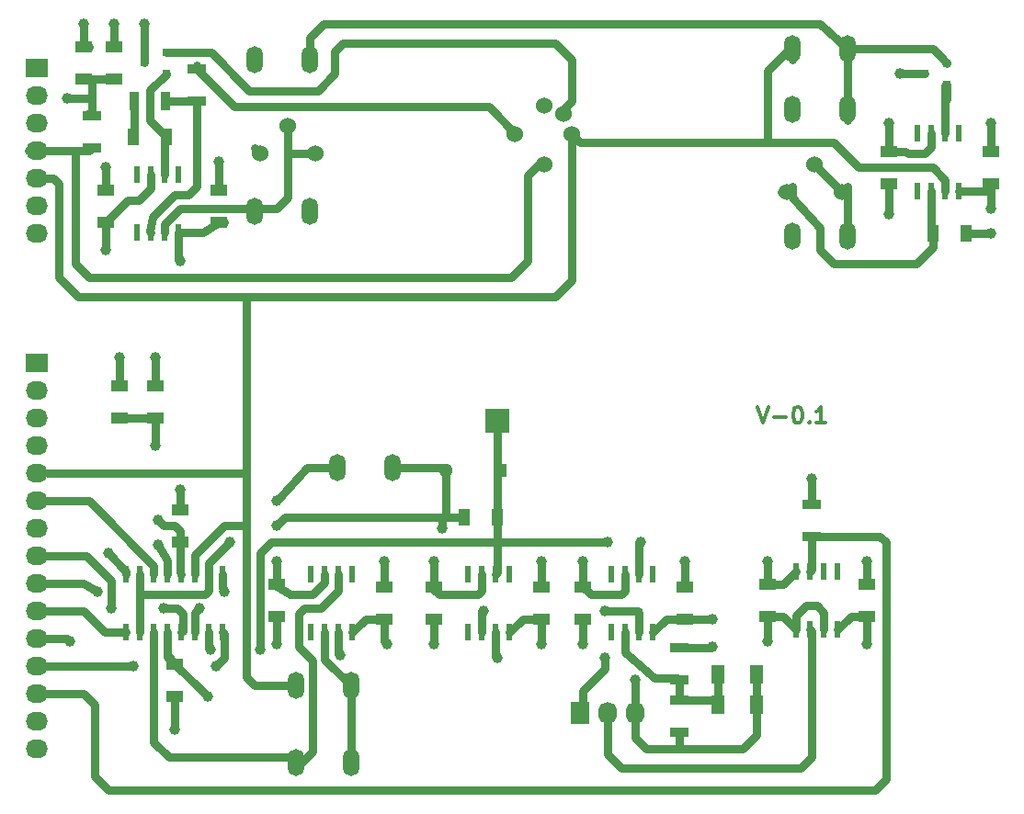
<source format=gbr>
G04 #@! TF.FileFunction,Copper,L1,Top,Signal*
%FSLAX46Y46*%
G04 Gerber Fmt 4.6, Leading zero omitted, Abs format (unit mm)*
G04 Created by KiCad (PCBNEW 4.0.4+dfsg1-stable) date Sun Jan 22 14:41:50 2017*
%MOMM*%
%LPD*%
G01*
G04 APERTURE LIST*
%ADD10C,0.100000*%
%ADD11C,0.300000*%
%ADD12R,0.600000X1.500000*%
%ADD13R,0.800100X0.800100*%
%ADD14R,1.000000X1.600000*%
%ADD15R,1.600000X1.000000*%
%ADD16R,0.900000X1.700000*%
%ADD17R,1.700000X0.900000*%
%ADD18R,0.600000X1.550000*%
%ADD19R,2.032000X1.727200*%
%ADD20O,2.032000X1.727200*%
%ADD21C,1.524000*%
%ADD22O,1.501140X2.499360*%
%ADD23R,1.727200X2.032000*%
%ADD24O,1.727200X2.032000*%
%ADD25R,2.235200X2.235200*%
%ADD26R,1.300000X1.300000*%
%ADD27C,1.300000*%
%ADD28R,1.300480X1.699260*%
%ADD29C,1.000000*%
%ADD30C,0.750000*%
G04 APERTURE END LIST*
D10*
D11*
X110323715Y-66996571D02*
X110823715Y-68496571D01*
X111323715Y-66996571D01*
X111823715Y-67925143D02*
X112966572Y-67925143D01*
X113966572Y-66996571D02*
X114109429Y-66996571D01*
X114252286Y-67068000D01*
X114323715Y-67139429D01*
X114395144Y-67282286D01*
X114466572Y-67568000D01*
X114466572Y-67925143D01*
X114395144Y-68210857D01*
X114323715Y-68353714D01*
X114252286Y-68425143D01*
X114109429Y-68496571D01*
X113966572Y-68496571D01*
X113823715Y-68425143D01*
X113752286Y-68353714D01*
X113680858Y-68210857D01*
X113609429Y-67925143D01*
X113609429Y-67568000D01*
X113680858Y-67282286D01*
X113752286Y-67139429D01*
X113823715Y-67068000D01*
X113966572Y-66996571D01*
X115109429Y-68353714D02*
X115180857Y-68425143D01*
X115109429Y-68496571D01*
X115038000Y-68425143D01*
X115109429Y-68353714D01*
X115109429Y-68496571D01*
X116609429Y-68496571D02*
X115752286Y-68496571D01*
X116180858Y-68496571D02*
X116180858Y-66996571D01*
X116038001Y-67210857D01*
X115895143Y-67353714D01*
X115752286Y-67425143D01*
D12*
X61087000Y-82390000D03*
X59817000Y-82390000D03*
X58547000Y-82390000D03*
X57277000Y-82390000D03*
X56007000Y-82390000D03*
X54737000Y-82390000D03*
X53467000Y-82390000D03*
X52197000Y-82390000D03*
X52197000Y-87790000D03*
X53467000Y-87790000D03*
X54737000Y-87790000D03*
X56007000Y-87790000D03*
X57277000Y-87790000D03*
X58547000Y-87790000D03*
X59817000Y-87790000D03*
X61087000Y-87790000D03*
D13*
X55864760Y-36256000D03*
X55864760Y-34356000D03*
X53865780Y-35306000D03*
D14*
X52856000Y-42164000D03*
X55856000Y-42164000D03*
X126516000Y-51054000D03*
X129516000Y-51054000D03*
D15*
X48260000Y-33806000D03*
X48260000Y-36806000D03*
X60706000Y-50014000D03*
X60706000Y-47014000D03*
X131826000Y-46458000D03*
X131826000Y-43458000D03*
D16*
X55806000Y-38862000D03*
X52906000Y-38862000D03*
D17*
X58674000Y-38788000D03*
X58674000Y-35888000D03*
D18*
X53213000Y-50960000D03*
X54483000Y-50960000D03*
X55753000Y-50960000D03*
X57023000Y-50960000D03*
X57023000Y-45560000D03*
X55753000Y-45560000D03*
X54483000Y-45560000D03*
X53213000Y-45560000D03*
X125095000Y-47150000D03*
X126365000Y-47150000D03*
X127635000Y-47150000D03*
X128905000Y-47150000D03*
X128905000Y-41750000D03*
X127635000Y-41750000D03*
X126365000Y-41750000D03*
X125095000Y-41750000D03*
D19*
X43942000Y-35814000D03*
D20*
X43942000Y-38354000D03*
X43942000Y-40894000D03*
X43942000Y-43434000D03*
X43942000Y-45974000D03*
X43942000Y-48514000D03*
X43942000Y-51054000D03*
D13*
X127746760Y-37272000D03*
X127746760Y-35372000D03*
X125747780Y-36322000D03*
D21*
X67056000Y-41148000D03*
X69596000Y-43688000D03*
X64516000Y-43688000D03*
D22*
X69088000Y-35052000D03*
X64008000Y-35052000D03*
X64008000Y-49022000D03*
X69088000Y-49022000D03*
X118618000Y-34036000D03*
X113538000Y-34036000D03*
X118618000Y-39624000D03*
X113538000Y-39624000D03*
X118618000Y-51308000D03*
X113538000Y-51308000D03*
D17*
X49022000Y-43106000D03*
X49022000Y-40206000D03*
D21*
X115570000Y-44704000D03*
X118110000Y-47244000D03*
X113030000Y-47244000D03*
X88011000Y-41910000D03*
X90678000Y-44704000D03*
X93218000Y-41910000D03*
X90678000Y-39243000D03*
X92456000Y-40005000D03*
D15*
X51054000Y-33806000D03*
X51054000Y-36806000D03*
X50292000Y-50014000D03*
X50292000Y-47014000D03*
X122428000Y-43458000D03*
X122428000Y-46458000D03*
X51562000Y-65048000D03*
X51562000Y-68048000D03*
X57150000Y-79478000D03*
X57150000Y-76478000D03*
X80518000Y-83590000D03*
X80518000Y-86590000D03*
X90424000Y-86590000D03*
X90424000Y-83590000D03*
X94234000Y-83590000D03*
X94234000Y-86590000D03*
X103632000Y-86590000D03*
X103632000Y-83590000D03*
X111252000Y-83336000D03*
X111252000Y-86336000D03*
X120396000Y-86336000D03*
X120396000Y-83336000D03*
X66040000Y-83336000D03*
X66040000Y-86336000D03*
X54864000Y-65048000D03*
X54864000Y-68048000D03*
D14*
X86336000Y-77216000D03*
X83336000Y-77216000D03*
D15*
X56642000Y-90702000D03*
X56642000Y-93702000D03*
X75946000Y-86590000D03*
X75946000Y-83590000D03*
D19*
X43942000Y-62992000D03*
D20*
X43942000Y-65532000D03*
X43942000Y-68072000D03*
X43942000Y-70612000D03*
X43942000Y-73152000D03*
X43942000Y-75692000D03*
X43942000Y-78232000D03*
X43942000Y-80772000D03*
X43942000Y-83312000D03*
X43942000Y-85852000D03*
X43942000Y-88392000D03*
X43942000Y-90932000D03*
X43942000Y-93472000D03*
X43942000Y-96012000D03*
X43942000Y-98552000D03*
D23*
X93980000Y-95250000D03*
D24*
X96520000Y-95250000D03*
X99060000Y-95250000D03*
D22*
X72898000Y-92710000D03*
X67818000Y-92710000D03*
X67818000Y-99822000D03*
X72898000Y-99822000D03*
X76708000Y-72644000D03*
X71628000Y-72644000D03*
D17*
X103124000Y-92128000D03*
X103124000Y-89228000D03*
X103124000Y-96954000D03*
X103124000Y-94054000D03*
X115316000Y-76020000D03*
X115316000Y-78920000D03*
D18*
X69215000Y-87790000D03*
X70485000Y-87790000D03*
X71755000Y-87790000D03*
X73025000Y-87790000D03*
X73025000Y-82390000D03*
X71755000Y-82390000D03*
X70485000Y-82390000D03*
X69215000Y-82390000D03*
X83693000Y-87790000D03*
X84963000Y-87790000D03*
X86233000Y-87790000D03*
X87503000Y-87790000D03*
X87503000Y-82390000D03*
X86233000Y-82390000D03*
X84963000Y-82390000D03*
X83693000Y-82390000D03*
X96901000Y-87790000D03*
X98171000Y-87790000D03*
X99441000Y-87790000D03*
X100711000Y-87790000D03*
X100711000Y-82390000D03*
X99441000Y-82390000D03*
X98171000Y-82390000D03*
X96901000Y-82390000D03*
X113919000Y-87536000D03*
X115189000Y-87536000D03*
X116459000Y-87536000D03*
X117729000Y-87536000D03*
X117729000Y-82136000D03*
X116459000Y-82136000D03*
X115189000Y-82136000D03*
X113919000Y-82136000D03*
D25*
X86360000Y-68326000D03*
D26*
X86614000Y-72898000D03*
D27*
X81614000Y-72898000D03*
D28*
X106707940Y-94488000D03*
X110208060Y-94488000D03*
X110208060Y-91694000D03*
X106707940Y-91694000D03*
D29*
X59690000Y-93726000D03*
X51562000Y-62484000D03*
X115316000Y-73660000D03*
X111252000Y-81280000D03*
X94234000Y-81280000D03*
X80518000Y-81280000D03*
X66040000Y-81280000D03*
X123444000Y-36322000D03*
X122428000Y-40894000D03*
X50292000Y-52578000D03*
X51054000Y-31750000D03*
X53848000Y-31750000D03*
X76200000Y-88900000D03*
X54864000Y-62484000D03*
X120396000Y-88900000D03*
X106172000Y-86614000D03*
X55118000Y-77470000D03*
X90424000Y-88900000D03*
X131826000Y-48768000D03*
X48260000Y-31750000D03*
X57150000Y-53594000D03*
X106172000Y-89154000D03*
X54864000Y-70612000D03*
X56642000Y-96774000D03*
X120396000Y-81280000D03*
X111252000Y-88646000D03*
X86360000Y-90170000D03*
X103632000Y-81280000D03*
X94234000Y-88900000D03*
X75946000Y-81280000D03*
X71882000Y-89916000D03*
X90424000Y-81280000D03*
X80518000Y-88900000D03*
X55118000Y-79756000D03*
X57150000Y-74676000D03*
X66040000Y-88900000D03*
X131826000Y-51054000D03*
X122428000Y-49276000D03*
X60706000Y-44450000D03*
X131826000Y-40894000D03*
X50292000Y-44958000D03*
X46736000Y-38608000D03*
X64516000Y-89408000D03*
X59944000Y-89408000D03*
X96266000Y-85852000D03*
X96520000Y-79502000D03*
X96266000Y-90170000D03*
X81280000Y-78232000D03*
X58928000Y-85598000D03*
X66040000Y-77978000D03*
X85090000Y-85852000D03*
X99568000Y-79502000D03*
X99060000Y-92202000D03*
X50800000Y-85598000D03*
X55626000Y-85598000D03*
X49530000Y-84074000D03*
X61214000Y-84074000D03*
X50546000Y-80518000D03*
X46990000Y-88646000D03*
X52832000Y-90932000D03*
X60452000Y-90932000D03*
X66040000Y-75692000D03*
X61722000Y-79502000D03*
D30*
X56007000Y-89916000D02*
X56007000Y-90043000D01*
X56007000Y-90043000D02*
X59690000Y-93726000D01*
X51562000Y-65048000D02*
X51562000Y-62484000D01*
X56007000Y-87790000D02*
X56007000Y-89916000D01*
X56007000Y-89916000D02*
X56007000Y-89813000D01*
X56007000Y-89813000D02*
X56642000Y-90702000D01*
X115316000Y-76020000D02*
X115316000Y-73660000D01*
X111252000Y-83336000D02*
X111252000Y-81280000D01*
X111252000Y-83336000D02*
X112719000Y-83336000D01*
X112719000Y-83336000D02*
X113919000Y-82136000D01*
X94234000Y-83590000D02*
X94258000Y-83590000D01*
X94258000Y-83590000D02*
X94996000Y-84328000D01*
X98171000Y-83947000D02*
X98171000Y-82390000D01*
X97790000Y-84328000D02*
X98171000Y-83947000D01*
X94996000Y-84328000D02*
X97790000Y-84328000D01*
X94234000Y-83590000D02*
X94234000Y-81280000D01*
X80518000Y-83844000D02*
X80518000Y-81280000D01*
X84963000Y-82390000D02*
X84963000Y-83947000D01*
X84582000Y-84328000D02*
X81002000Y-84328000D01*
X84963000Y-83947000D02*
X84582000Y-84328000D01*
X81002000Y-84328000D02*
X80518000Y-83844000D01*
X66040000Y-83336000D02*
X66040000Y-81280000D01*
X70485000Y-82390000D02*
X70485000Y-83185000D01*
X67310000Y-84328000D02*
X66040000Y-83566000D01*
X69342000Y-84328000D02*
X67310000Y-84328000D01*
X70485000Y-83185000D02*
X69342000Y-84328000D01*
X66040000Y-83566000D02*
X66040000Y-83336000D01*
X122428000Y-43458000D02*
X123976000Y-43458000D01*
X123976000Y-43458000D02*
X124206000Y-43688000D01*
X125747780Y-36322000D02*
X123444000Y-36322000D01*
X122428000Y-43458000D02*
X122428000Y-40894000D01*
X50292000Y-50014000D02*
X50292000Y-52578000D01*
X53340000Y-48006000D02*
X52300000Y-48006000D01*
X52300000Y-48006000D02*
X50292000Y-50014000D01*
X126365000Y-43053000D02*
X126365000Y-41750000D01*
X124206000Y-43688000D02*
X125730000Y-43688000D01*
X125730000Y-43688000D02*
X126365000Y-43053000D01*
X51054000Y-33806000D02*
X51054000Y-31750000D01*
X54483000Y-46863000D02*
X53340000Y-48006000D01*
X54483000Y-46863000D02*
X54483000Y-45560000D01*
X53865780Y-35306000D02*
X53865780Y-31767780D01*
X53865780Y-31767780D02*
X53848000Y-31750000D01*
X75946000Y-86590000D02*
X74225000Y-86590000D01*
X74225000Y-86590000D02*
X73025000Y-87790000D01*
X75946000Y-86590000D02*
X75946000Y-88646000D01*
X75946000Y-88646000D02*
X76200000Y-88900000D01*
X120396000Y-86336000D02*
X118929000Y-86336000D01*
X118929000Y-86336000D02*
X117729000Y-87536000D01*
X54864000Y-65048000D02*
X54864000Y-62484000D01*
X120396000Y-86336000D02*
X120396000Y-88900000D01*
X103632000Y-86590000D02*
X106172000Y-86614000D01*
X103632000Y-86590000D02*
X101911000Y-86590000D01*
X101911000Y-86590000D02*
X100711000Y-87790000D01*
X57150000Y-79478000D02*
X57150000Y-78486000D01*
X55626000Y-77978000D02*
X55118000Y-77470000D01*
X56642000Y-77978000D02*
X55626000Y-77978000D01*
X57150000Y-78486000D02*
X56642000Y-77978000D01*
X90424000Y-86590000D02*
X90424000Y-88900000D01*
X90424000Y-86590000D02*
X88703000Y-86590000D01*
X88703000Y-86590000D02*
X87503000Y-87790000D01*
X57150000Y-79478000D02*
X57150000Y-82263000D01*
X57150000Y-82263000D02*
X57277000Y-82390000D01*
X131826000Y-46458000D02*
X131826000Y-48768000D01*
X128905000Y-47150000D02*
X131642000Y-47150000D01*
X131642000Y-47150000D02*
X131826000Y-46458000D01*
X131642000Y-47150000D02*
X131826000Y-46458000D01*
X57023000Y-50960000D02*
X59252000Y-50960000D01*
X59252000Y-50960000D02*
X60706000Y-50014000D01*
X48260000Y-33806000D02*
X48260000Y-31750000D01*
X60706000Y-50014000D02*
X61190000Y-50014000D01*
X48260000Y-33552000D02*
X48792000Y-33806000D01*
X60706000Y-50014000D02*
X60428000Y-50014000D01*
X57023000Y-50960000D02*
X57023000Y-53467000D01*
X57023000Y-53467000D02*
X57150000Y-53594000D01*
X63246000Y-73152000D02*
X63246000Y-56896000D01*
X44958000Y-73152000D02*
X63246000Y-73152000D01*
X58547000Y-82390000D02*
X58547000Y-80645000D01*
X61214000Y-77978000D02*
X58547000Y-80645000D01*
X61214000Y-77978000D02*
X63246000Y-77978000D01*
X63246000Y-77978000D02*
X63246000Y-73152000D01*
X63246000Y-77978000D02*
X63246000Y-91948000D01*
X64008000Y-92710000D02*
X67818000Y-92710000D01*
X63246000Y-91948000D02*
X64008000Y-92710000D01*
X63246000Y-56896000D02*
X47752000Y-56896000D01*
X47752000Y-56896000D02*
X45974000Y-55118000D01*
X43942000Y-45974000D02*
X45466000Y-45974000D01*
X45974000Y-46482000D02*
X45466000Y-45974000D01*
X45974000Y-55118000D02*
X45974000Y-46482000D01*
X93218000Y-55372000D02*
X91694000Y-56896000D01*
X63246000Y-56896000D02*
X91694000Y-56896000D01*
X93218000Y-55372000D02*
X93218000Y-41910000D01*
X126492000Y-44958000D02*
X119634000Y-44958000D01*
X119634000Y-44958000D02*
X117348000Y-42672000D01*
X113538000Y-34036000D02*
X113284000Y-34036000D01*
X113284000Y-34036000D02*
X111252000Y-36068000D01*
X111252000Y-36068000D02*
X111252000Y-42672000D01*
X93218000Y-41910000D02*
X93980000Y-42672000D01*
X93980000Y-42672000D02*
X94742000Y-42672000D01*
X117348000Y-42672000D02*
X111252000Y-42672000D01*
X111252000Y-42672000D02*
X94742000Y-42672000D01*
X94742000Y-42672000D02*
X93980000Y-42672000D01*
X113538000Y-34036000D02*
X113538000Y-35052000D01*
X43688000Y-46228000D02*
X43942000Y-45974000D01*
X43942000Y-45974000D02*
X43434000Y-45974000D01*
X127635000Y-47150000D02*
X127635000Y-46101000D01*
X127635000Y-46101000D02*
X126492000Y-44958000D01*
X113538000Y-34036000D02*
X113538000Y-34290000D01*
X93218000Y-42418000D02*
X93218000Y-41910000D01*
X93472000Y-42164000D02*
X93218000Y-42418000D01*
X113538000Y-34036000D02*
X113792000Y-34036000D01*
X52906000Y-38862000D02*
X52906000Y-42114000D01*
X52906000Y-42114000D02*
X52856000Y-42164000D01*
X52906000Y-38862000D02*
X52832000Y-38862000D01*
X52856000Y-41426000D02*
X52856000Y-42164000D01*
X55856000Y-42164000D02*
X55856000Y-42140000D01*
X55856000Y-42140000D02*
X54356000Y-40640000D01*
X55753000Y-45560000D02*
X55753000Y-42267000D01*
X55753000Y-42267000D02*
X55856000Y-42164000D01*
X54356000Y-37846000D02*
X55864760Y-36337240D01*
X54356000Y-37846000D02*
X54356000Y-40640000D01*
X55864760Y-36256000D02*
X55864760Y-36337240D01*
X55753000Y-44831000D02*
X55753000Y-45560000D01*
X126516000Y-51054000D02*
X126516000Y-52300000D01*
X126516000Y-52300000D02*
X124968000Y-53848000D01*
X112522000Y-47244000D02*
X113030000Y-47244000D01*
X113538000Y-46736000D02*
X113030000Y-47244000D01*
X117348000Y-53848000D02*
X124968000Y-53848000D01*
X113538000Y-47752000D02*
X116078000Y-50546000D01*
X116078000Y-52578000D02*
X117348000Y-53848000D01*
X116078000Y-50546000D02*
X116078000Y-52578000D01*
X126365000Y-47150000D02*
X126365000Y-51205000D01*
X126365000Y-51205000D02*
X126516000Y-51054000D01*
X113538000Y-46736000D02*
X113538000Y-47752000D01*
X113919000Y-87536000D02*
X113919000Y-86233000D01*
X116459000Y-85979000D02*
X116459000Y-87536000D01*
X115824000Y-85344000D02*
X116459000Y-85979000D01*
X114808000Y-85344000D02*
X115824000Y-85344000D01*
X113919000Y-86233000D02*
X114808000Y-85344000D01*
X103124000Y-89228000D02*
X106098000Y-89228000D01*
X106098000Y-89228000D02*
X106172000Y-89154000D01*
X51562000Y-68048000D02*
X54864000Y-68048000D01*
X54864000Y-68048000D02*
X54888000Y-68072000D01*
X54888000Y-68072000D02*
X54864000Y-70612000D01*
X56642000Y-93702000D02*
X56618000Y-96750000D01*
X56618000Y-96750000D02*
X56642000Y-96774000D01*
X111252000Y-86336000D02*
X112719000Y-86336000D01*
X112719000Y-86336000D02*
X113919000Y-87536000D01*
X120396000Y-83336000D02*
X120396000Y-81280000D01*
X111252000Y-86336000D02*
X111252000Y-88646000D01*
X86233000Y-87790000D02*
X86233000Y-90043000D01*
X86233000Y-90043000D02*
X86360000Y-90170000D01*
X103632000Y-83590000D02*
X103632000Y-81280000D01*
X94234000Y-86590000D02*
X94234000Y-88900000D01*
X75946000Y-83590000D02*
X75946000Y-81280000D01*
X71755000Y-87790000D02*
X71755000Y-89789000D01*
X71755000Y-89789000D02*
X71882000Y-89916000D01*
X90424000Y-83590000D02*
X90424000Y-81280000D01*
X80518000Y-86844000D02*
X80518000Y-88900000D01*
X56007000Y-82390000D02*
X56007000Y-81153000D01*
X56007000Y-81153000D02*
X55118000Y-79756000D01*
X57150000Y-76478000D02*
X57126000Y-74700000D01*
X57126000Y-74700000D02*
X57150000Y-74676000D01*
X66040000Y-86336000D02*
X66040000Y-88900000D01*
X49022000Y-40206000D02*
X49022000Y-36806000D01*
X49022000Y-36806000D02*
X49022000Y-36830000D01*
X49022000Y-36830000D02*
X48260000Y-36806000D01*
X129516000Y-51054000D02*
X131826000Y-51054000D01*
X122428000Y-46458000D02*
X122428000Y-49276000D01*
X60706000Y-47014000D02*
X60706000Y-44450000D01*
X131826000Y-43458000D02*
X131826000Y-40894000D01*
X50292000Y-47014000D02*
X50292000Y-44958000D01*
X48260000Y-36806000D02*
X51054000Y-36806000D01*
X49022000Y-38608000D02*
X46736000Y-38608000D01*
X49022000Y-38608000D02*
X49022000Y-40206000D01*
X48768000Y-39952000D02*
X49022000Y-40206000D01*
X48260000Y-36806000D02*
X47982000Y-36806000D01*
X55806000Y-38862000D02*
X58674000Y-38862000D01*
X58674000Y-38788000D02*
X58674000Y-38862000D01*
X58674000Y-38862000D02*
X58674000Y-46736000D01*
X54610000Y-49530000D02*
X54356000Y-50833000D01*
X56642000Y-47498000D02*
X54610000Y-49530000D01*
X57912000Y-47498000D02*
X56642000Y-47498000D01*
X58674000Y-46736000D02*
X57912000Y-47498000D01*
X54356000Y-50833000D02*
X54483000Y-50960000D01*
X58674000Y-38788000D02*
X58346000Y-38788000D01*
X64008000Y-43180000D02*
X64516000Y-43688000D01*
X67056000Y-43434000D02*
X67056000Y-47752000D01*
X66040000Y-48768000D02*
X67056000Y-47752000D01*
X66040000Y-48768000D02*
X62738000Y-48768000D01*
X57150000Y-48768000D02*
X62738000Y-48768000D01*
X55753000Y-50165000D02*
X57150000Y-48768000D01*
X55753000Y-50960000D02*
X55753000Y-50165000D01*
X62738000Y-48768000D02*
X63754000Y-48768000D01*
X63754000Y-48768000D02*
X64008000Y-49022000D01*
X69596000Y-43688000D02*
X67310000Y-43688000D01*
X67310000Y-43688000D02*
X67056000Y-43434000D01*
X67056000Y-41148000D02*
X67056000Y-43434000D01*
X127746760Y-38623240D02*
X127746760Y-37272000D01*
X127746760Y-37272000D02*
X127635000Y-37383760D01*
X127635000Y-37383760D02*
X127635000Y-41750000D01*
X127746760Y-38623240D02*
X127635000Y-38735000D01*
X127635000Y-38735000D02*
X127635000Y-41750000D01*
X115570000Y-44704000D02*
X118110000Y-47244000D01*
X118618000Y-51308000D02*
X118618000Y-46736000D01*
X69088000Y-33020000D02*
X69088000Y-35052000D01*
X70358000Y-31750000D02*
X69088000Y-33020000D01*
X69342000Y-34798000D02*
X69088000Y-35052000D01*
X116078000Y-31750000D02*
X70358000Y-31750000D01*
X69088000Y-34798000D02*
X69088000Y-35052000D01*
X116078000Y-31750000D02*
X118618000Y-34036000D01*
X118618000Y-34036000D02*
X126492000Y-34036000D01*
X127238760Y-34782760D02*
X126492000Y-34036000D01*
X127746760Y-35372000D02*
X127238760Y-34782760D01*
X118618000Y-34036000D02*
X118618000Y-39624000D01*
X118618000Y-39624000D02*
X118618000Y-40640000D01*
X118618000Y-34036000D02*
X118618000Y-33528000D01*
X69088000Y-35052000D02*
X69342000Y-35052000D01*
X69088000Y-35052000D02*
X69088000Y-35306000D01*
X127746760Y-35372000D02*
X127746760Y-35290760D01*
X63492001Y-37853999D02*
X69080001Y-37853999D01*
X69080001Y-37853999D02*
X69088000Y-37861998D01*
X63119000Y-37465000D02*
X63119000Y-37480998D01*
X63119000Y-37480998D02*
X63492001Y-37853999D01*
X69088000Y-37861998D02*
X69834002Y-37861998D01*
X69834002Y-37861998D02*
X71374000Y-36322000D01*
X71374000Y-36322000D02*
X71374000Y-34290000D01*
X72136000Y-33528000D02*
X71374000Y-34290000D01*
X72136000Y-33528000D02*
X91694000Y-33528000D01*
X93218000Y-38862000D02*
X92456000Y-39624000D01*
X93218000Y-35052000D02*
X91694000Y-33528000D01*
X93218000Y-38862000D02*
X93218000Y-35052000D01*
X63119000Y-37465000D02*
X60010000Y-34356000D01*
X60010000Y-34356000D02*
X55864760Y-34356000D01*
X92456000Y-40005000D02*
X92456000Y-39624000D01*
X92456000Y-40005000D02*
X92456000Y-39878000D01*
X92456000Y-40005000D02*
X92075000Y-40005000D01*
X92456000Y-40005000D02*
X92329000Y-40005000D01*
X55864760Y-34356000D02*
X55864760Y-34305240D01*
X89154000Y-45720000D02*
X89154000Y-53594000D01*
X47498000Y-43434000D02*
X47498000Y-53848000D01*
X47498000Y-53848000D02*
X48768000Y-55118000D01*
X48768000Y-55118000D02*
X87630000Y-55118000D01*
X89154000Y-53594000D02*
X87630000Y-55118000D01*
X89154000Y-45720000D02*
X90170000Y-44704000D01*
X90678000Y-44704000D02*
X90170000Y-44704000D01*
X47498000Y-43434000D02*
X48694000Y-43434000D01*
X43942000Y-43434000D02*
X47498000Y-43434000D01*
X48694000Y-43434000D02*
X49022000Y-43106000D01*
X44196000Y-43688000D02*
X43688000Y-43688000D01*
X43688000Y-43688000D02*
X43942000Y-43434000D01*
X48694000Y-43434000D02*
X49022000Y-43106000D01*
X48768000Y-43434000D02*
X49022000Y-43180000D01*
X49022000Y-43180000D02*
X49022000Y-43106000D01*
X44270000Y-43106000D02*
X43942000Y-43434000D01*
X43688000Y-43688000D02*
X43942000Y-43434000D01*
X43180000Y-43434000D02*
X43942000Y-43434000D01*
X49022000Y-43106000D02*
X48588000Y-43106000D01*
X88011000Y-41910000D02*
X88011000Y-41783000D01*
X88011000Y-41783000D02*
X85598000Y-39370000D01*
X85598000Y-39370000D02*
X62156000Y-39370000D01*
X62156000Y-39370000D02*
X58674000Y-35888000D01*
X58674000Y-35560000D02*
X58674000Y-35888000D01*
X86336000Y-74168000D02*
X86336000Y-68350000D01*
X86336000Y-68350000D02*
X86360000Y-68326000D01*
X86336000Y-77216000D02*
X86336000Y-74168000D01*
X86336000Y-74168000D02*
X86336000Y-73176000D01*
X86336000Y-73176000D02*
X86614000Y-72898000D01*
X86336000Y-79502000D02*
X86336000Y-82287000D01*
X86336000Y-82287000D02*
X86233000Y-82390000D01*
X65532000Y-79502000D02*
X86336000Y-79502000D01*
X86336000Y-79502000D02*
X86614000Y-79502000D01*
X86614000Y-68580000D02*
X86360000Y-68326000D01*
X96266000Y-90170000D02*
X96266000Y-91186000D01*
X96266000Y-91186000D02*
X94234000Y-93218000D01*
X64516000Y-80518000D02*
X64516000Y-89408000D01*
X65532000Y-79502000D02*
X64516000Y-80518000D01*
X59817000Y-89281000D02*
X59817000Y-87790000D01*
X59817000Y-89281000D02*
X59944000Y-89408000D01*
X94234000Y-93218000D02*
X94234000Y-94996000D01*
X94234000Y-94996000D02*
X93980000Y-95250000D01*
X99441000Y-87790000D02*
X99441000Y-85979000D01*
X99314000Y-85852000D02*
X96266000Y-85852000D01*
X99441000Y-85979000D02*
X99314000Y-85852000D01*
X86336000Y-79502000D02*
X96520000Y-79502000D01*
X93853000Y-95377000D02*
X93980000Y-95250000D01*
X86336000Y-79502000D02*
X86614000Y-79502000D01*
X86614000Y-79502000D02*
X86336000Y-79502000D01*
X86336000Y-77216000D02*
X86336000Y-79502000D01*
X81614000Y-72898000D02*
X81614000Y-76882000D01*
X81614000Y-76882000D02*
X81280000Y-77216000D01*
X81280000Y-77216000D02*
X81280000Y-78232000D01*
X58547000Y-85979000D02*
X58928000Y-85598000D01*
X58547000Y-87790000D02*
X58547000Y-85979000D01*
X66802000Y-77216000D02*
X66040000Y-77978000D01*
X81280000Y-77216000D02*
X66802000Y-77216000D01*
X83336000Y-77216000D02*
X83336000Y-77494000D01*
X83336000Y-77216000D02*
X81280000Y-77216000D01*
X76708000Y-72644000D02*
X81360000Y-72644000D01*
X81360000Y-72644000D02*
X81614000Y-72898000D01*
X84963000Y-85979000D02*
X84963000Y-87790000D01*
X85090000Y-85852000D02*
X84963000Y-85979000D01*
X103124000Y-96954000D02*
X103124000Y-98552000D01*
X110236000Y-97282000D02*
X108966000Y-98552000D01*
X108966000Y-98552000D02*
X108712000Y-98552000D01*
X110236000Y-97282000D02*
X110236000Y-94515940D01*
X99060000Y-95250000D02*
X99060000Y-97536000D01*
X100076000Y-98552000D02*
X103124000Y-98552000D01*
X99060000Y-97536000D02*
X100076000Y-98552000D01*
X99060000Y-95250000D02*
X99060000Y-92202000D01*
X99441000Y-79629000D02*
X99441000Y-82390000D01*
X99568000Y-79502000D02*
X99441000Y-79629000D01*
X110208060Y-94488000D02*
X110208060Y-91694000D01*
X103124000Y-98552000D02*
X108712000Y-98552000D01*
X108712000Y-98552000D02*
X108966000Y-98552000D01*
X110236000Y-94515940D02*
X110208060Y-94488000D01*
X100838000Y-92002462D02*
X102998462Y-92002462D01*
X102998462Y-92002462D02*
X103124000Y-92128000D01*
X103124000Y-92128000D02*
X103124000Y-94054000D01*
X98171000Y-87790000D02*
X98171000Y-89609000D01*
X98171000Y-89609000D02*
X100838000Y-92002462D01*
X106707940Y-94488000D02*
X106707940Y-91694000D01*
X103886000Y-94054000D02*
X106273940Y-94054000D01*
X106273940Y-94054000D02*
X106707940Y-94488000D01*
X43942000Y-75692000D02*
X48768000Y-75692000D01*
X48768000Y-75692000D02*
X54737000Y-81661000D01*
X54737000Y-82390000D02*
X54737000Y-81661000D01*
X43942000Y-80772000D02*
X48514000Y-80772000D01*
X48514000Y-80772000D02*
X50800000Y-83058000D01*
X55626000Y-85598000D02*
X56896000Y-85598000D01*
X57404000Y-86106000D02*
X57404000Y-87663000D01*
X56896000Y-85598000D02*
X57404000Y-86106000D01*
X57404000Y-87663000D02*
X57277000Y-87790000D01*
X50800000Y-83058000D02*
X50800000Y-85598000D01*
X43942000Y-80772000D02*
X44196000Y-80772000D01*
X43942000Y-83312000D02*
X48260000Y-83312000D01*
X48260000Y-83312000D02*
X49530000Y-84074000D01*
X61214000Y-84074000D02*
X61087000Y-83693000D01*
X61087000Y-83693000D02*
X61087000Y-82390000D01*
X43942000Y-85852000D02*
X48260000Y-85852000D01*
X48260000Y-85852000D02*
X50198000Y-87790000D01*
X50198000Y-87790000D02*
X52197000Y-87790000D01*
X43942000Y-85852000D02*
X44196000Y-85852000D01*
X43942000Y-88392000D02*
X46736000Y-88392000D01*
X50546000Y-80518000D02*
X52197000Y-82169000D01*
X46736000Y-88392000D02*
X46990000Y-88646000D01*
X52197000Y-82390000D02*
X52197000Y-82169000D01*
X43942000Y-90932000D02*
X52832000Y-90932000D01*
X61214000Y-90170000D02*
X61214000Y-87917000D01*
X60452000Y-90932000D02*
X61214000Y-90170000D01*
X61214000Y-87917000D02*
X61087000Y-87790000D01*
X43942000Y-93472000D02*
X48260000Y-93472000D01*
X122174000Y-101346000D02*
X122174000Y-79502000D01*
X121158000Y-102362000D02*
X122174000Y-101346000D01*
X50546000Y-102362000D02*
X121158000Y-102362000D01*
X121592000Y-78920000D02*
X115316000Y-78920000D01*
X121592000Y-78920000D02*
X122174000Y-79502000D01*
X49276000Y-94488000D02*
X49276000Y-101092000D01*
X49276000Y-101092000D02*
X50546000Y-102362000D01*
X48260000Y-93472000D02*
X49276000Y-94488000D01*
X115316000Y-78920000D02*
X115316000Y-82009000D01*
X115316000Y-82009000D02*
X115189000Y-82136000D01*
X96520000Y-95250000D02*
X96520000Y-99060000D01*
X97790000Y-100330000D02*
X114300000Y-100330000D01*
X114300000Y-100330000D02*
X115316000Y-99314000D01*
X115316000Y-99314000D02*
X115316000Y-87663000D01*
X97790000Y-100330000D02*
X96520000Y-99060000D01*
X115316000Y-87663000D02*
X115189000Y-87536000D01*
X70485000Y-87790000D02*
X70485000Y-90297000D01*
X70485000Y-90297000D02*
X72898000Y-92710000D01*
X72898000Y-92710000D02*
X72898000Y-99822000D01*
X54737000Y-87790000D02*
X54737000Y-97917000D01*
X56134000Y-99314000D02*
X67310000Y-99314000D01*
X54737000Y-97917000D02*
X56134000Y-99314000D01*
X67310000Y-99314000D02*
X67818000Y-99822000D01*
X70104000Y-85598000D02*
X68580000Y-85598000D01*
X71755000Y-83947000D02*
X70104000Y-85598000D01*
X71755000Y-82390000D02*
X71755000Y-83947000D01*
X68072000Y-89154000D02*
X69342000Y-90424000D01*
X68072000Y-86106000D02*
X68072000Y-89154000D01*
X68580000Y-85598000D02*
X68072000Y-86106000D01*
X69342000Y-90424000D02*
X69342000Y-90932000D01*
X69342000Y-98806000D02*
X68326000Y-99822000D01*
X69342000Y-90424000D02*
X69342000Y-90932000D01*
X69342000Y-90932000D02*
X69342000Y-98806000D01*
X68326000Y-99822000D02*
X67818000Y-99822000D01*
X66294000Y-75438000D02*
X68834000Y-72644000D01*
X66040000Y-75692000D02*
X66294000Y-75438000D01*
X59817000Y-82390000D02*
X59817000Y-81407000D01*
X59817000Y-81407000D02*
X61722000Y-79502000D01*
X71628000Y-72644000D02*
X68834000Y-72644000D01*
X59817000Y-82390000D02*
X59817000Y-81661000D01*
X53467000Y-84328000D02*
X59436000Y-84328000D01*
X59436000Y-84328000D02*
X59817000Y-83947000D01*
X59817000Y-83947000D02*
X59817000Y-82390000D01*
X53467000Y-87790000D02*
X53467000Y-84328000D01*
X53467000Y-84328000D02*
X53467000Y-82390000D01*
M02*

</source>
